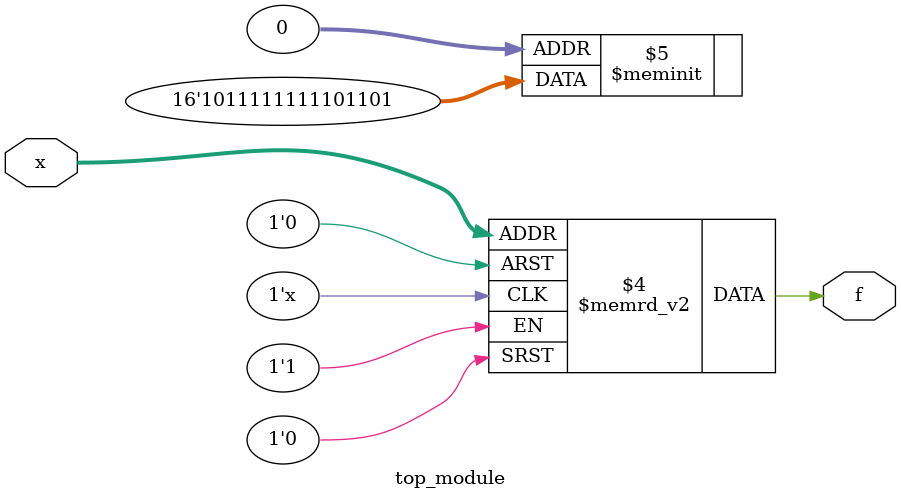
<source format=sv>
module top_module (
    input [4:1] x,
    output logic f
);

    always_comb begin
        case (x)
            4'b0001, 4'b0100, 4'b1110: f = 1'b0; // 0 values
            4'b0011, 4'b0111, 4'b1000, 4'b1001, 4'b1011, 4'b1100: f = 1'b1; // 1 values
            default: f = 1'b1; // Use 1 for d values, can change if necessary for different optimization
        endcase
    end

endmodule

</source>
